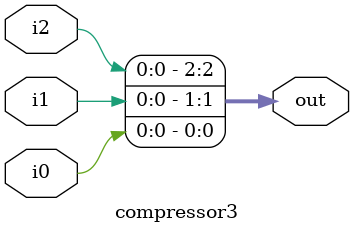
<source format=v>
`timescale 1ns / 1ps
module compressor3(
	i0,i1,i2,out
    );
	input i0;
	input i1;
	input i2;
	
	output [2:0]out;

	assign out[0] = i0;
	assign out[1] = i1;
	assign out[2] = i2;
	
	

endmodule

</source>
